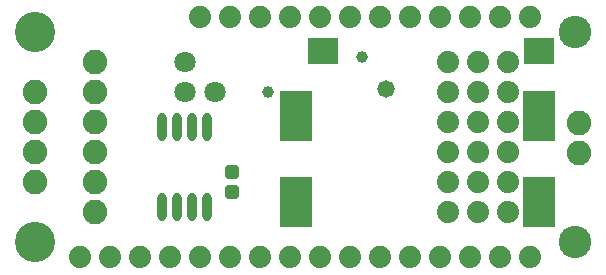
<source format=gts>
G04 Layer_Color=8388736*
%FSLAX44Y44*%
%MOMM*%
G71*
G01*
G75*
%ADD18C,1.8796*%
%ADD32R,2.5432X2.2032*%
%ADD33O,0.8032X2.4032*%
G04:AMPARAMS|DCode=34|XSize=1.2032mm|YSize=1.1032mm|CornerRadius=0.2141mm|HoleSize=0mm|Usage=FLASHONLY|Rotation=0.000|XOffset=0mm|YOffset=0mm|HoleType=Round|Shape=RoundedRectangle|*
%AMROUNDEDRECTD34*
21,1,1.2032,0.6750,0,0,0.0*
21,1,0.7750,1.1032,0,0,0.0*
1,1,0.4282,0.3875,-0.3375*
1,1,0.4282,-0.3875,-0.3375*
1,1,0.4282,-0.3875,0.3375*
1,1,0.4282,0.3875,0.3375*
%
%ADD34ROUNDEDRECTD34*%
%ADD35R,2.7032X4.2032*%
%ADD36C,1.8032*%
%ADD37C,2.0832*%
%ADD38C,2.7432*%
%ADD39C,2.0828*%
%ADD40C,3.4036*%
%ADD41C,1.8792*%
%ADD42C,1.4732*%
%ADD43C,1.0032*%
D18*
X164700Y215900D02*
D03*
X190100D02*
D03*
X215500D02*
D03*
X240900D02*
D03*
X266300D02*
D03*
X291700D02*
D03*
X317100D02*
D03*
X342500D02*
D03*
X367900D02*
D03*
X393300D02*
D03*
X418700D02*
D03*
X444100D02*
D03*
Y12700D02*
D03*
X418700D02*
D03*
X393300D02*
D03*
X367900D02*
D03*
X342500D02*
D03*
X317100D02*
D03*
X291700D02*
D03*
X266300D02*
D03*
X240900D02*
D03*
X215500D02*
D03*
X190100D02*
D03*
X164700D02*
D03*
X139300D02*
D03*
X113900D02*
D03*
X88500D02*
D03*
X63100D02*
D03*
D32*
X452000Y187400D02*
D03*
X269500D02*
D03*
D33*
X171050Y122900D02*
D03*
X158350D02*
D03*
X145650D02*
D03*
X132950D02*
D03*
X171050Y54900D02*
D03*
X158350D02*
D03*
X145650D02*
D03*
X132950D02*
D03*
D34*
X192100Y84700D02*
D03*
Y67700D02*
D03*
D35*
X246720Y59930D02*
D03*
X451720D02*
D03*
Y132670D02*
D03*
X246720D02*
D03*
D36*
X152000Y152400D02*
D03*
X177400D02*
D03*
X152000Y177800D02*
D03*
D37*
X25400Y76200D02*
D03*
Y101600D02*
D03*
Y127000D02*
D03*
Y152400D02*
D03*
D38*
X482200Y25400D02*
D03*
Y203200D02*
D03*
D39*
X75800Y50800D02*
D03*
Y76200D02*
D03*
Y101600D02*
D03*
Y127000D02*
D03*
Y152400D02*
D03*
Y177800D02*
D03*
X486000Y101400D02*
D03*
Y126800D02*
D03*
D40*
X25000Y25400D02*
D03*
Y203200D02*
D03*
D41*
X400050Y177800D02*
D03*
Y152400D02*
D03*
Y127000D02*
D03*
Y101600D02*
D03*
Y76200D02*
D03*
Y50800D02*
D03*
X374650D02*
D03*
Y76200D02*
D03*
Y101600D02*
D03*
Y127000D02*
D03*
Y152400D02*
D03*
Y177800D02*
D03*
X425450Y50800D02*
D03*
Y76200D02*
D03*
Y101600D02*
D03*
Y127000D02*
D03*
Y152400D02*
D03*
Y177800D02*
D03*
D42*
X322500Y155000D02*
D03*
D43*
X302500Y182500D02*
D03*
X222500Y152500D02*
D03*
M02*

</source>
